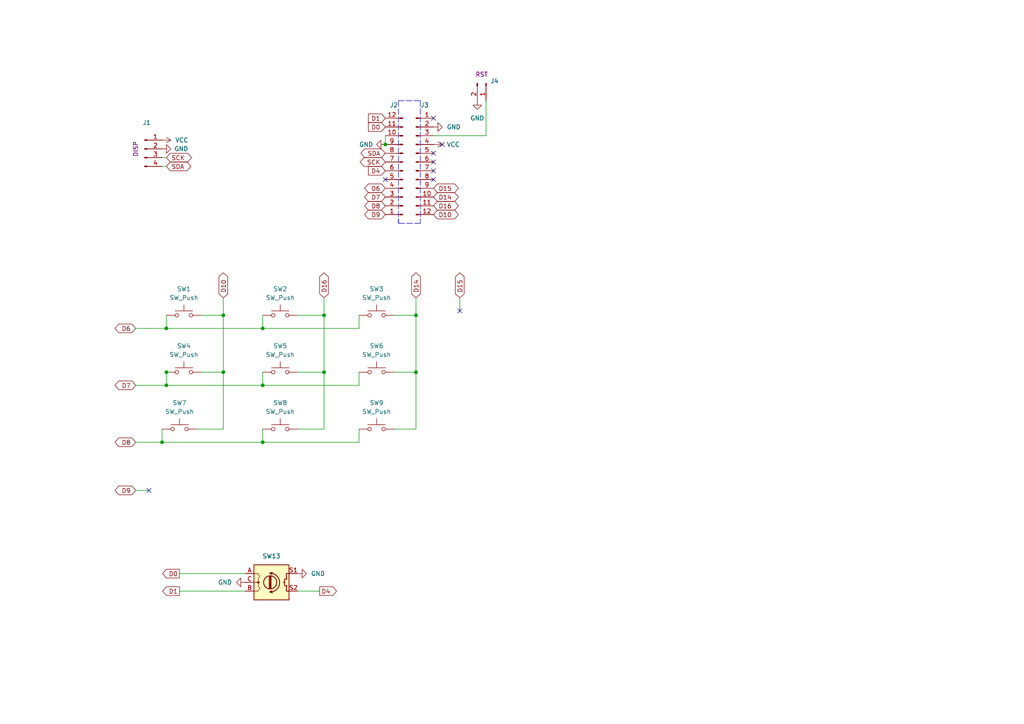
<source format=kicad_sch>
(kicad_sch (version 20211123) (generator eeschema)
  (paper "A4")
  (lib_symbols
    (symbol "Connector:Conn_01x02_Male" (pin_names (offset 1.016) hide)
      (property "Reference" "J" (at 0 2.54 0))
      (property "Value" "Conn_01x02_Male" (at 0 -5.08 0))
      (symbol "Conn_01x02_Male_1_1"
        (polyline (pts (xy 1.27 -2.54) (xy 0.8636 -2.54)) (stroke (width 0.1524)))
        (polyline (pts (xy 1.27 0) (xy 0.8636 0)) (stroke (width 0.1524)))
        (rectangle (start 0.8636 -2.413) (end 0 -2.667) (stroke (width 0.1524)) (fill (type outline)))
        (rectangle (start 0.8636 0.127) (end 0 -0.127) (stroke (width 0.1524)) (fill (type outline)))
        (pin passive line (at 5.08 0 180) (length 3.81) (name "Pin_1") (number "1"))
        (pin passive line (at 5.08 -2.54 180) (length 3.81) (name "Pin_2") (number "2"))
      )
    )
    (symbol "Connector:Conn_01x04_Male" (pin_names (offset 1.016) hide)
      (property "Reference" "J" (at 0 5.08 0))
      (property "Value" "Conn_01x04_Male" (at 0 -7.62 0))
      (symbol "Conn_01x04_Male_1_1"
        (polyline (pts (xy 1.27 -5.08) (xy 0.8636 -5.08)) (stroke (width 0.1524)))
        (polyline (pts (xy 1.27 -2.54) (xy 0.8636 -2.54)) (stroke (width 0.1524)))
        (polyline (pts (xy 1.27 0) (xy 0.8636 0)) (stroke (width 0.1524)))
        (polyline (pts (xy 1.27 2.54) (xy 0.8636 2.54)) (stroke (width 0.1524)))
        (rectangle (start 0.8636 -4.953) (end 0 -5.207) (stroke (width 0.1524)) (fill (type outline)))
        (rectangle (start 0.8636 -2.413) (end 0 -2.667) (stroke (width 0.1524)) (fill (type outline)))
        (rectangle (start 0.8636 0.127) (end 0 -0.127) (stroke (width 0.1524)) (fill (type outline)))
        (rectangle (start 0.8636 2.667) (end 0 2.413) (stroke (width 0.1524)) (fill (type outline)))
        (pin passive line (at 5.08 2.54 180) (length 3.81) (name "Pin_1") (number "1"))
        (pin passive line (at 5.08 0 180) (length 3.81) (name "Pin_2") (number "2"))
        (pin passive line (at 5.08 -2.54 180) (length 3.81) (name "Pin_3") (number "3"))
        (pin passive line (at 5.08 -5.08 180) (length 3.81) (name "Pin_4") (number "4"))
      )
    )
    (symbol "Connector:Conn_01x12_Male" (pin_names (offset 1.016) hide)
      (property "Reference" "J" (at 0 15.24 0))
      (property "Value" "Conn_01x12_Male" (at 0 -17.78 0))
      (symbol "Conn_01x12_Male_1_1"
        (polyline (pts (xy 1.27 -15.24) (xy 0.8636 -15.24)) (stroke (width 0.1524)))
        (polyline (pts (xy 1.27 -12.7) (xy 0.8636 -12.7)) (stroke (width 0.1524)))
        (polyline (pts (xy 1.27 -10.16) (xy 0.8636 -10.16)) (stroke (width 0.1524)))
        (polyline (pts (xy 1.27 -7.62) (xy 0.8636 -7.62)) (stroke (width 0.1524)))
        (polyline (pts (xy 1.27 -5.08) (xy 0.8636 -5.08)) (stroke (width 0.1524)))
        (polyline (pts (xy 1.27 -2.54) (xy 0.8636 -2.54)) (stroke (width 0.1524)))
        (polyline (pts (xy 1.27 0) (xy 0.8636 0)) (stroke (width 0.1524)))
        (polyline (pts (xy 1.27 2.54) (xy 0.8636 2.54)) (stroke (width 0.1524)))
        (polyline (pts (xy 1.27 5.08) (xy 0.8636 5.08)) (stroke (width 0.1524)))
        (polyline (pts (xy 1.27 7.62) (xy 0.8636 7.62)) (stroke (width 0.1524)))
        (polyline (pts (xy 1.27 10.16) (xy 0.8636 10.16)) (stroke (width 0.1524)))
        (polyline (pts (xy 1.27 12.7) (xy 0.8636 12.7)) (stroke (width 0.1524)))
        (rectangle (start 0.8636 -15.113) (end 0 -15.367) (stroke (width 0.1524)) (fill (type outline)))
        (rectangle (start 0.8636 -12.573) (end 0 -12.827) (stroke (width 0.1524)) (fill (type outline)))
        (rectangle (start 0.8636 -10.033) (end 0 -10.287) (stroke (width 0.1524)) (fill (type outline)))
        (rectangle (start 0.8636 -7.493) (end 0 -7.747) (stroke (width 0.1524)) (fill (type outline)))
        (rectangle (start 0.8636 -4.953) (end 0 -5.207) (stroke (width 0.1524)) (fill (type outline)))
        (rectangle (start 0.8636 -2.413) (end 0 -2.667) (stroke (width 0.1524)) (fill (type outline)))
        (rectangle (start 0.8636 0.127) (end 0 -0.127) (stroke (width 0.1524)) (fill (type outline)))
        (rectangle (start 0.8636 2.667) (end 0 2.413) (stroke (width 0.1524)) (fill (type outline)))
        (rectangle (start 0.8636 5.207) (end 0 4.953) (stroke (width 0.1524)) (fill (type outline)))
        (rectangle (start 0.8636 7.747) (end 0 7.493) (stroke (width 0.1524)) (fill (type outline)))
        (rectangle (start 0.8636 10.287) (end 0 10.033) (stroke (width 0.1524)) (fill (type outline)))
        (rectangle (start 0.8636 12.827) (end 0 12.573) (stroke (width 0.1524)) (fill (type outline)))
        (pin passive line (at 5.08 12.7 180) (length 3.81) (name "Pin_1") (number "1"))
        (pin passive line (at 5.08 -10.16 180) (length 3.81) (name "Pin_10") (number "10"))
        (pin passive line (at 5.08 -12.7 180) (length 3.81) (name "Pin_11") (number "11"))
        (pin passive line (at 5.08 -15.24 180) (length 3.81) (name "Pin_12") (number "12"))
        (pin passive line (at 5.08 10.16 180) (length 3.81) (name "Pin_2") (number "2"))
        (pin passive line (at 5.08 7.62 180) (length 3.81) (name "Pin_3") (number "3"))
        (pin passive line (at 5.08 5.08 180) (length 3.81) (name "Pin_4") (number "4"))
        (pin passive line (at 5.08 2.54 180) (length 3.81) (name "Pin_5") (number "5"))
        (pin passive line (at 5.08 0 180) (length 3.81) (name "Pin_6") (number "6"))
        (pin passive line (at 5.08 -2.54 180) (length 3.81) (name "Pin_7") (number "7"))
        (pin passive line (at 5.08 -5.08 180) (length 3.81) (name "Pin_8") (number "8"))
        (pin passive line (at 5.08 -7.62 180) (length 3.81) (name "Pin_9") (number "9"))
      )
    )
    (symbol "Device:RotaryEncoder_Switch" (pin_names (offset 0.254) hide)
      (property "Reference" "SW" (at 0 6.604 0))
      (property "Value" "RotaryEncoder_Switch" (at 0 -6.604 0))
      (symbol "RotaryEncoder_Switch_0_1"
        (rectangle (start -5.08 5.08) (end 5.08 -5.08) (stroke (width 0.254)) (fill (type background)))
        (circle (center -3.81 0) (radius 0.254) (fill (type outline)))
        (arc (start -0.381 -2.794) (mid 2.3622 -0.0635) (end -0.381 2.667) (stroke (width 0.254)))
        (circle (center -0.381 0) (radius 1.905) (stroke (width 0.254)))
        (polyline (pts (xy -0.635 -1.778) (xy -0.635 1.778)) (stroke (width 0.254)))
        (polyline (pts (xy -0.381 -1.778) (xy -0.381 1.778)) (stroke (width 0.254)))
        (polyline (pts (xy -0.127 1.778) (xy -0.127 -1.778)) (stroke (width 0.254)))
        (polyline (pts (xy 3.81 0) (xy 3.429 0)) (stroke (width 0.254)))
        (polyline (pts (xy 3.81 1.016) (xy 3.81 -1.016)) (stroke (width 0.254)))
        (polyline (pts (xy -5.08 -2.54) (xy -3.81 -2.54) (xy -3.81 -2.032)))
        (polyline (pts (xy -5.08 2.54) (xy -3.81 2.54) (xy -3.81 2.032)))
        (polyline (pts (xy 0.254 -3.048) (xy -0.508 -2.794) (xy 0.127 -2.413)) (stroke (width 0.254)))
        (polyline (pts (xy 0.254 2.921) (xy -0.508 2.667) (xy 0.127 2.286)) (stroke (width 0.254)))
        (polyline (pts (xy 5.08 -2.54) (xy 4.318 -2.54) (xy 4.318 -1.016)) (stroke (width 0.254)))
        (polyline (pts (xy 5.08 2.54) (xy 4.318 2.54) (xy 4.318 1.016)) (stroke (width 0.254)))
        (polyline (pts (xy -5.08 0) (xy -3.81 0) (xy -3.81 -1.016) (xy -3.302 -2.032)))
        (polyline (pts (xy -4.318 0) (xy -3.81 0) (xy -3.81 1.016) (xy -3.302 2.032)))
        (circle (center 4.318 -1.016) (radius 0.127) (stroke (width 0.254)))
        (circle (center 4.318 1.016) (radius 0.127) (stroke (width 0.254)))
      )
      (symbol "RotaryEncoder_Switch_1_1"
        (pin passive line (at -7.62 2.54 0) (length 2.54) (name "A") (number "A"))
        (pin passive line (at -7.62 -2.54 0) (length 2.54) (name "B") (number "B"))
        (pin passive line (at -7.62 0 0) (length 2.54) (name "C") (number "C"))
        (pin passive line (at 7.62 2.54 180) (length 2.54) (name "S1") (number "S1"))
        (pin passive line (at 7.62 -2.54 180) (length 2.54) (name "S2") (number "S2"))
      )
    )
    (symbol "Switch:SW_Push" (pin_numbers hide) (pin_names (offset 1.016) hide)
      (property "Reference" "SW" (at 1.27 2.54 0))
      (property "Value" "SW_Push" (at 0 -1.524 0))
      (symbol "SW_Push_0_1"
        (circle (center -2.032 0) (radius 0.508))
        (polyline (pts (xy 0 1.27) (xy 0 3.048)))
        (polyline (pts (xy 2.54 1.27) (xy -2.54 1.27)))
        (circle (center 2.032 0) (radius 0.508))
        (pin passive line (at -5.08 0 0) (length 2.54) (name "1") (number "1"))
        (pin passive line (at 5.08 0 180) (length 2.54) (name "2") (number "2"))
      )
    )
    (symbol "power:GND" (power) (pin_names (offset 0))
      (property "Value" "GND" (at 0 -3.81 0))
      (symbol "GND_0_1"
        (polyline (pts (xy 0 0) (xy 0 -1.27) (xy 1.27 -1.27) (xy 0 -2.54) (xy -1.27 -1.27) (xy 0 -1.27)))
      )
      (symbol "GND_1_1"
        (pin power_in line (at 0 0 270) (length 0) hide (name "GND") (number "1"))
      )
    )
    (symbol "power:VCC" (power) (pin_names (offset 0))
      (property "Value" "VCC" (at 0 3.81 0))
      (symbol "VCC_0_1"
        (polyline (pts (xy -0.762 1.27) (xy 0 2.54)))
        (polyline (pts (xy 0 0) (xy 0 2.54)))
        (polyline (pts (xy 0 2.54) (xy 0.762 1.27)))
      )
      (symbol "VCC_1_1"
        (pin power_in line (at 0 0 90) (length 0) hide (name "VCC") (number "1"))
      )
    )
  )
  (junction (at 76.2 95.25))
  (junction (at 120.65 107.95))
  (junction (at 93.98 107.95))
  (junction (at 111.76 41.91))
  (junction (at 76.2 128.27))
  (junction (at 64.77 107.95))
  (junction (at 120.65 91.44))
  (junction (at 46.99 128.27))
  (junction (at 93.98 91.44))
  (junction (at 76.2 111.76))
  (junction (at 64.77 91.44))
  (junction (at 48.26 95.25))
  (junction (at 48.26 111.76))
  (junction (at 48.26 107.95))
  (no_connect (at 125.73 34.29))
  (no_connect (at 111.76 52.07))
  (no_connect (at 125.73 49.53))
  (no_connect (at 125.73 52.07))
  (no_connect (at 125.73 44.45))
  (no_connect (at 125.73 46.99))
  (no_connect (at 128.27 41.91))
  (no_connect (at 133.35 90.17))
  (no_connect (at 43.18 142.24))
  (wire (pts (xy 52.07 171.45) (xy 71.12 171.45)))
  (wire (pts (xy 104.14 95.25) (xy 104.14 91.44)))
  (wire (pts (xy 64.77 91.44) (xy 64.77 107.95)))
  (wire (pts (xy 58.42 91.44) (xy 64.77 91.44)))
  (wire (pts (xy 104.14 111.76) (xy 104.14 107.95)))
  (wire (pts (xy 58.42 107.95) (xy 64.77 107.95)))
  (wire (pts (xy 133.35 86.36) (xy 133.35 90.17)))
  (wire (pts (xy 76.2 95.25) (xy 104.14 95.25)))
  (wire (pts (xy 140.97 39.37) (xy 125.73 39.37)))
  (wire (pts (xy 76.2 128.27) (xy 104.14 128.27)))
  (wire (pts (xy 86.36 171.45) (xy 92.71 171.45)))
  (wire (pts (xy 86.36 91.44) (xy 93.98 91.44)))
  (wire (pts (xy 46.99 128.27) (xy 76.2 128.27)))
  (polyline (pts (xy 115.57 29.21) (xy 121.92 29.21)))
  (wire (pts (xy 52.07 166.37) (xy 71.12 166.37)))
  (wire (pts (xy 48.26 111.76) (xy 76.2 111.76)))
  (wire (pts (xy 39.37 142.24) (xy 43.18 142.24)))
  (wire (pts (xy 48.26 95.25) (xy 76.2 95.25)))
  (polyline (pts (xy 115.57 63.5) (xy 115.57 64.77)))
  (wire (pts (xy 64.77 86.36) (xy 64.77 91.44)))
  (polyline (pts (xy 121.92 29.21) (xy 121.92 64.77)))
  (wire (pts (xy 64.77 107.95) (xy 64.77 124.46)))
  (wire (pts (xy 93.98 91.44) (xy 93.98 107.95)))
  (wire (pts (xy 46.99 124.46) (xy 46.99 128.27)))
  (wire (pts (xy 120.65 107.95) (xy 120.65 124.46)))
  (wire (pts (xy 76.2 111.76) (xy 104.14 111.76)))
  (wire (pts (xy 111.76 39.37) (xy 111.76 41.91)))
  (wire (pts (xy 48.26 45.72) (xy 46.99 45.72)))
  (wire (pts (xy 114.3 107.95) (xy 120.65 107.95)))
  (wire (pts (xy 93.98 124.46) (xy 86.36 124.46)))
  (wire (pts (xy 114.3 91.44) (xy 120.65 91.44)))
  (wire (pts (xy 93.98 86.36) (xy 93.98 91.44)))
  (wire (pts (xy 49.53 107.95) (xy 48.26 107.95)))
  (wire (pts (xy 39.37 128.27) (xy 46.99 128.27)))
  (wire (pts (xy 48.26 48.26) (xy 46.99 48.26)))
  (polyline (pts (xy 121.92 64.77) (xy 115.57 64.77)))
  (wire (pts (xy 86.36 107.95) (xy 93.98 107.95)))
  (wire (pts (xy 120.65 86.36) (xy 120.65 91.44)))
  (wire (pts (xy 76.2 107.95) (xy 76.2 111.76)))
  (wire (pts (xy 39.37 95.25) (xy 48.26 95.25)))
  (wire (pts (xy 140.97 29.21) (xy 140.97 39.37)))
  (wire (pts (xy 104.14 128.27) (xy 104.14 124.46)))
  (wire (pts (xy 48.26 107.95) (xy 48.26 111.76)))
  (wire (pts (xy 39.37 111.76) (xy 48.26 111.76)))
  (wire (pts (xy 120.65 124.46) (xy 114.3 124.46)))
  (wire (pts (xy 76.2 91.44) (xy 76.2 95.25)))
  (polyline (pts (xy 115.57 29.21) (xy 115.57 64.77)))
  (wire (pts (xy 93.98 107.95) (xy 93.98 124.46)))
  (wire (pts (xy 48.26 91.44) (xy 48.26 95.25)))
  (wire (pts (xy 64.77 124.46) (xy 57.15 124.46)))
  (wire (pts (xy 76.2 124.46) (xy 76.2 128.27)))
  (wire (pts (xy 120.65 91.44) (xy 120.65 107.95)))
  (global_label "D8" (shape bidirectional) (at 111.76 59.69 180) (property "Intersheet References" "${INTERSHEET_REFS}" (effects hide)))
  (global_label "SCK" (shape bidirectional) (at 111.76 46.99 180) (property "Intersheet References" "${INTERSHEET_REFS}" (effects hide)))
  (global_label "SDA" (shape bidirectional) (at 48.26 48.26 0) (property "Intersheet References" "${INTERSHEET_REFS}" (effects hide)))
  (global_label "D0" (shape output) (at 52.07 166.37 180) (property "Intersheet References" "${INTERSHEET_REFS}" (effects hide)))
  (global_label "D4" (shape output) (at 92.71 171.45 0) (property "Intersheet References" "${INTERSHEET_REFS}" (effects hide)))
  (global_label "D9" (shape bidirectional) (at 111.76 62.23 180) (property "Intersheet References" "${INTERSHEET_REFS}" (effects hide)))
  (global_label "D0" (shape input) (at 111.76 36.83 180) (property "Intersheet References" "${INTERSHEET_REFS}" (effects hide)))
  (global_label "D10" (shape bidirectional) (at 125.73 62.23 0) (property "Intersheet References" "${INTERSHEET_REFS}" (effects hide)))
  (global_label "D16" (shape bidirectional) (at 125.73 59.69 0) (property "Intersheet References" "${INTERSHEET_REFS}" (effects hide)))
  (global_label "D14" (shape bidirectional) (at 125.73 57.15 0) (property "Intersheet References" "${INTERSHEET_REFS}" (effects hide)))
  (global_label "SCK" (shape bidirectional) (at 48.26 45.72 0) (property "Intersheet References" "${INTERSHEET_REFS}" (effects hide)))
  (global_label "D15" (shape bidirectional) (at 133.35 86.36 90) (property "Intersheet References" "${INTERSHEET_REFS}" (effects hide)))
  (global_label "D6" (shape bidirectional) (at 39.37 95.25 180) (property "Intersheet References" "${INTERSHEET_REFS}" (effects hide)))
  (global_label "D6" (shape bidirectional) (at 111.76 54.61 180) (property "Intersheet References" "${INTERSHEET_REFS}" (effects hide)))
  (global_label "D9" (shape bidirectional) (at 39.37 142.24 180) (property "Intersheet References" "${INTERSHEET_REFS}" (effects hide)))
  (global_label "D7" (shape bidirectional) (at 111.76 57.15 180) (property "Intersheet References" "${INTERSHEET_REFS}" (effects hide)))
  (global_label "D1" (shape output) (at 52.07 171.45 180) (property "Intersheet References" "${INTERSHEET_REFS}" (effects hide)))
  (global_label "D1" (shape input) (at 111.76 34.29 180) (property "Intersheet References" "${INTERSHEET_REFS}" (effects hide)))
  (global_label "D8" (shape bidirectional) (at 39.37 128.27 180) (property "Intersheet References" "${INTERSHEET_REFS}" (effects hide)))
  (global_label "SDA" (shape bidirectional) (at 111.76 44.45 180) (property "Intersheet References" "${INTERSHEET_REFS}" (effects hide)))
  (global_label "D10" (shape bidirectional) (at 64.77 86.36 90) (property "Intersheet References" "${INTERSHEET_REFS}" (effects hide)))
  (global_label "D15" (shape bidirectional) (at 125.73 54.61 0) (property "Intersheet References" "${INTERSHEET_REFS}" (effects hide)))
  (global_label "D16" (shape bidirectional) (at 93.98 86.36 90) (property "Intersheet References" "${INTERSHEET_REFS}" (effects hide)))
  (global_label "D7" (shape bidirectional) (at 39.37 111.76 180) (property "Intersheet References" "${INTERSHEET_REFS}" (effects hide)))
  (global_label "D4" (shape input) (at 111.76 49.53 180) (property "Intersheet References" "${INTERSHEET_REFS}" (effects hide)))
  (global_label "D14" (shape bidirectional) (at 120.65 86.36 90) (property "Intersheet References" "${INTERSHEET_REFS}" (effects hide)))
  (symbol (lib_id "Switch:SW_Push") (at 53.34 107.95 0) (unit 1)
    (property "Reference" "SW4" (at 53.34 100.33 0))
    (property "Value" "SW_Push" (at 53.34 102.87 0))
    (property "Footprint" "Button_Switch_Keyboard:SW_Cherry_MX_1.00u_PCB" (effects hide))
  )
  (symbol (lib_id "Switch:SW_Push") (at 81.28 107.95 0) (unit 1)
    (property "Reference" "SW5" (at 81.28 100.33 0))
    (property "Value" "SW_Push" (at 81.28 102.87 0))
    (property "Footprint" "Button_Switch_Keyboard:SW_Cherry_MX_1.00u_PCB" (effects hide))
  )
  (symbol (lib_id "Connector:Conn_01x02_Male") (at 140.97 24.13 270) (unit 1)
    (property "Reference" "J4" (at 142.24 23.4949 90) (effects (justify left)))
    (property "Value" "Conn_01x02_Male" (effects hide))
    (property "Footprint" "Connector_PinHeader_2.54mm:PinHeader_1x02_P2.54mm_Vertical" (effects hide))
    (property "Field4" "RST" (at 139.7 21.59 90))
  )
  (symbol (lib_id "power:VCC") (at 125.73 41.91 270) (unit 1)
    (property "Reference" "#PWR010" (effects hide))
    (property "Value" "VCC" (at 129.54 41.9099 90) (effects (justify left)))
  )
  (symbol (lib_id "power:GND") (at 138.43 29.21 0) (unit 1)
    (property "Reference" "#PWR011" (effects hide))
    (property "Value" "GND" (at 138.43 34.29 0))
  )
  (symbol (lib_id "power:VCC") (at 46.99 40.64 270) (unit 1)
    (property "Reference" "#PWR01" (effects hide))
    (property "Value" "VCC" (at 50.8 40.6399 90) (effects (justify left)))
  )
  (symbol (lib_id "Connector:Conn_01x12_Male") (at 120.65 46.99 0) (unit 1)
    (property "Reference" "J3" (at 123.19 30.48 0))
    (property "Value" "Conn_01x12_Male" (effects hide))
    (property "Footprint" "Connector_PinHeader_2.54mm:PinHeader_1x12_P2.54mm_Vertical" (effects hide))
  )
  (symbol (lib_id "Connector:Conn_01x04_Male") (at 41.91 43.18 0) (unit 1)
    (property "Reference" "J1" (at 42.545 35.56 0))
    (property "Value" "Conn_01x04_Male" (effects hide))
    (property "Footprint" "Connector_PinHeader_2.54mm:PinHeader_1x04_P2.54mm_Vertical" (effects hide))
    (property "Field4" "DISP" (at 39.37 43.18 90))
  )
  (symbol (lib_id "power:GND") (at 86.36 166.37 90) (unit 1)
    (property "Reference" "#PWR0102" (effects hide))
    (property "Value" "GND" (at 90.17 166.3699 90) (effects (justify right)))
  )
  (symbol (lib_id "power:GND") (at 71.12 168.91 270) (unit 1)
    (property "Reference" "#PWR0101" (effects hide))
    (property "Value" "GND" (at 67.31 168.9099 90) (effects (justify right)))
  )
  (symbol (lib_id "Switch:SW_Push") (at 52.07 124.46 0) (unit 1)
    (property "Reference" "SW7" (at 52.07 116.84 0))
    (property "Value" "SW_Push" (at 52.07 119.38 0))
    (property "Footprint" "Button_Switch_Keyboard:SW_Cherry_MX_1.00u_PCB" (effects hide))
  )
  (symbol (lib_id "power:GND") (at 111.76 41.91 270) (unit 1)
    (property "Reference" "#PWR08" (effects hide))
    (property "Value" "GND" (at 104.14 41.91 90) (effects (justify left)))
  )
  (symbol (lib_id "Switch:SW_Push") (at 109.22 91.44 0) (unit 1)
    (property "Reference" "SW3" (at 109.22 83.82 0))
    (property "Value" "SW_Push" (at 109.22 86.36 0))
    (property "Footprint" "Button_Switch_Keyboard:SW_Cherry_MX_1.00u_PCB" (effects hide))
  )
  (symbol (lib_id "Device:RotaryEncoder_Switch") (at 78.74 168.91 0) (unit 1)
    (property "Reference" "SW13" (at 78.74 161.29 0))
    (property "Value" "RotaryEncoder_Switch" (effects hide))
    (property "Footprint" "Rotary_Encoder:RotaryEncoder_Alps_EC11E-Switch_Vertical_H20mm" (effects hide))
  )
  (symbol (lib_id "Switch:SW_Push") (at 109.22 107.95 0) (unit 1)
    (property "Reference" "SW6" (at 109.22 100.33 0))
    (property "Value" "SW_Push" (at 109.22 102.87 0))
    (property "Footprint" "Button_Switch_Keyboard:SW_Cherry_MX_1.00u_PCB" (effects hide))
  )
  (symbol (lib_id "Switch:SW_Push") (at 81.28 91.44 0) (unit 1)
    (property "Reference" "SW2" (at 81.28 83.82 0))
    (property "Value" "SW_Push" (at 81.28 86.36 0))
    (property "Footprint" "Button_Switch_Keyboard:SW_Cherry_MX_1.00u_PCB" (effects hide))
  )
  (symbol (lib_id "power:GND") (at 46.99 43.18 90) (unit 1)
    (property "Reference" "#PWR02" (effects hide))
    (property "Value" "GND" (at 54.61 43.18 90) (effects (justify left)))
  )
  (symbol (lib_id "Connector:Conn_01x12_Male") (at 116.84 49.53 180) (unit 1)
    (property "Reference" "J2" (at 113.03 30.48 0) (effects (justify right)))
    (property "Value" "Conn_01x12_Male" (effects hide))
    (property "Footprint" "Connector_PinHeader_2.54mm:PinHeader_1x12_P2.54mm_Vertical" (effects hide))
  )
  (symbol (lib_id "Switch:SW_Push") (at 109.22 124.46 0) (unit 1)
    (property "Reference" "SW9" (at 109.22 116.84 0))
    (property "Value" "SW_Push" (at 109.22 119.38 0))
    (property "Footprint" "Button_Switch_Keyboard:SW_Cherry_MX_1.00u_PCB" (effects hide))
  )
  (symbol (lib_id "Switch:SW_Push") (at 81.28 124.46 0) (unit 1)
    (property "Reference" "SW8" (at 81.28 116.84 0))
    (property "Value" "SW_Push" (at 81.28 119.38 0))
    (property "Footprint" "Button_Switch_Keyboard:SW_Cherry_MX_1.00u_PCB" (effects hide))
  )
  (symbol (lib_id "Switch:SW_Push") (at 53.34 91.44 0) (unit 1)
    (property "Reference" "SW1" (at 53.34 83.82 0))
    (property "Value" "SW_Push" (at 53.34 86.36 0))
    (property "Footprint" "Button_Switch_Keyboard:SW_Cherry_MX_1.00u_PCB" (effects hide))
  )
  (symbol (lib_id "power:GND") (at 125.73 36.83 90) (unit 1)
    (property "Reference" "#PWR09" (effects hide))
    (property "Value" "GND" (at 129.54 36.8299 90) (effects (justify right)))
  )
)
</source>
